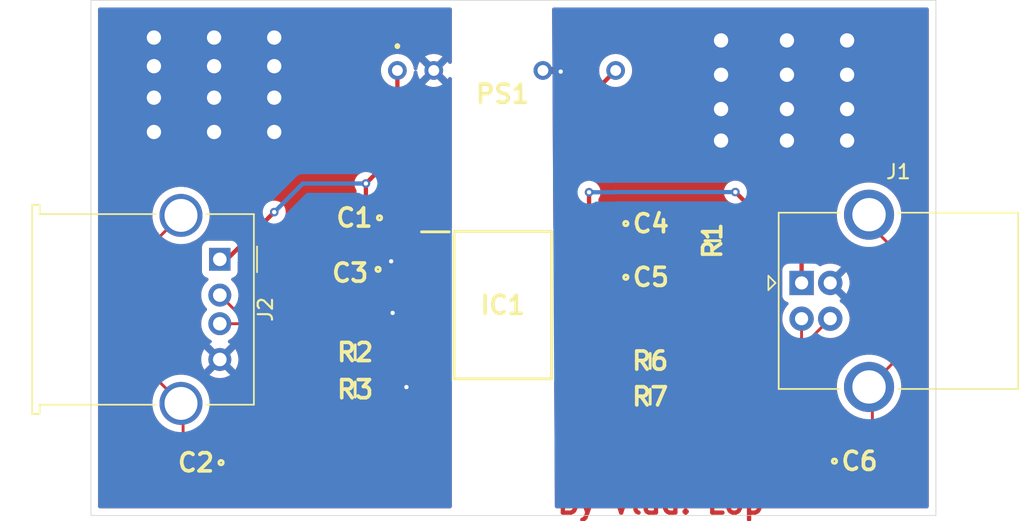
<source format=kicad_pcb>
(kicad_pcb (version 20241229) (generator "pcbnew") (generator_version "9.0")
  (layers (0 "F.Cu" signal) (2 "B.Cu" signal) (13 "F.Paste" user) (15 "B.Paste" user) (5 "F.SilkS" user "F.Silkscreen") (7 "B.SilkS" user "B.Silkscreen") (1 "F.Mask" user) (3 "B.Mask" user) (25 "Edge.Cuts" user))
  (net 0 "")
  (net 1 "Net-(J1-Shield)")
  (net 2 "GNDS")
  (net 3 "GND")
  (net 4 "VBUS2")
  (net 5 "Net-(J2-Shield)")
  (net 6 "VBUS")
  (net 7 "Net-(IC1-PDEN)")
  (net 8 "Net-(IC1-SPD)")
  (net 9 "Net-(IC1-PIN)")
  (net 10 "D_D-")
  (net 11 "D_D+")
  (net 12 "U_D-")
  (net 13 "U_D+")
  (net 14 "DD-")
  (net 15 "DD+")
  (net 16 "UD-")
  (net 17 "UD+")
  (footprint "SamacSys_Parts:SOIC127P1032X265-16N" (layer "F.Cu") (at 140.5496 95.4344)
    (property "Reference" "IC1" (at 0 0 0) (layer "F.SilkS") (effects (font (size 1.27 1.27) (thickness 0.254))))
    (property "Value" "ADUM3160BRWZ-RL" (hide yes))
    (fp_line (start -5.675 -5.12) (end -3.75 -5.12) (stroke (width 0.2)) (layer "F.SilkS"))
    (fp_line (start -3.4 -5.15) (end 3.4 -5.15) (stroke (width 0.2)) (layer "F.SilkS"))
    (fp_line (start -3.4 5.15) (end -3.4 -5.15) (stroke (width 0.2)) (layer "F.SilkS"))
    (fp_line (start 3.4 -5.15) (end 3.4 5.15) (stroke (width 0.2)) (layer "F.SilkS"))
    (fp_line (start 3.4 5.15) (end -3.4 5.15) (stroke (width 0.2)) (layer "F.SilkS"))
    (pad "1" smd rect (at -4.712 -4.445 90) (size 0.65 1.925) (layers "F.Cu" "F.Mask" "F.Paste") (net 6 "VBUS"))
    (pad "2" smd rect (at -4.712 -3.175 90) (size 0.65 1.925) (layers "F.Cu" "F.Mask" "F.Paste") (net 3 "GND"))
    (pad "3" smd rect (at -4.712 -1.905 90) (size 0.65 1.925) (layers "F.Cu" "F.Mask" "F.Paste") (net 7 "Net-(IC1-PDEN)"))
    (pad "4" smd rect (at -4.712 -0.635 90) (size 0.65 1.925) (layers "F.Cu" "F.Mask" "F.Paste") (net 7 "Net-(IC1-PDEN)"))
    (pad "5" smd rect (at -4.712 0.635 90) (size 0.65 1.925) (layers "F.Cu" "F.Mask" "F.Paste") (net 3 "GND"))
    (pad "6" smd rect (at -4.712 1.905 90) (size 0.65 1.925) (layers "F.Cu" "F.Mask" "F.Paste") (net 12 "U_D-"))
    (pad "7" smd rect (at -4.712 3.175 90) (size 0.65 1.925) (layers "F.Cu" "F.Mask" "F.Paste") (net 13 "U_D+"))
    (pad "8" smd rect (at -4.712 4.445 90) (size 0.65 1.925) (layers "F.Cu" "F.Mask" "F.Paste") (net 3 "GND"))
    (pad "9" smd rect (at 4.712 4.445 90) (size 0.65 1.925) (layers "F.Cu" "F.Mask" "F.Paste") (net 2 "GNDS"))
    (pad "10" smd rect (at 4.712 3.175 90) (size 0.65 1.925) (layers "F.Cu" "F.Mask" "F.Paste") (net 11 "D_D+"))
    (pad "11" smd rect (at 4.712 1.905 90) (size 0.65 1.925) (layers "F.Cu" "F.Mask" "F.Paste") (net 10 "D_D-"))
    (pad "12" smd rect (at 4.712 0.635 90) (size 0.65 1.925) (layers "F.Cu" "F.Mask" "F.Paste") (net 9 "Net-(IC1-PIN)"))
    (pad "13" smd rect (at 4.712 -0.635 90) (size 0.65 1.925) (layers "F.Cu" "F.Mask" "F.Paste") (net 8 "Net-(IC1-SPD)"))
    (pad "14" smd rect (at 4.712 -1.905 90) (size 0.65 1.925) (layers "F.Cu" "F.Mask" "F.Paste") (net 8 "Net-(IC1-SPD)"))
    (pad "15" smd rect (at 4.712 -3.175 90) (size 0.65 1.925) (layers "F.Cu" "F.Mask" "F.Paste") (net 2 "GNDS"))
    (pad "16" smd rect (at 4.712 -4.445 90) (size 0.65 1.925) (layers "F.Cu" "F.Mask" "F.Paste") (net 4 "VBUS2"))
  )
  (footprint "Connector_USB:USB_B_OST_USB-B1HSxx_Horizontal" (layer "F.Cu") (at 161.4121 93.8844)
    (property "Reference" "J1" (at 6.76 -7.77 0) (layer "F.SilkS"))
    (property "Value" "USB_B")
    (fp_line (start -2.32 -0.5) (end -2.32 0.5) (stroke (width 0.12)) (layer "F.SilkS"))
    (fp_line (start -2.32 0.5) (end -1.82 0) (stroke (width 0.12)) (layer "F.SilkS"))
    (fp_line (start -1.82 0) (end -2.32 -0.5) (stroke (width 0.12)) (layer "F.SilkS"))
    (fp_line (start -1.6 -4.91) (end -1.6 7.41) (stroke (width 0.12)) (layer "F.SilkS"))
    (fp_line (start -1.6 7.41) (end 2.66 7.41) (stroke (width 0.12)) (layer "F.SilkS"))
    (fp_line (start 2.66 -4.91) (end -1.6 -4.91) (stroke (width 0.12)) (layer "F.SilkS"))
    (fp_line (start 6.76 -4.91) (end 15.12 -4.91) (stroke (width 0.12)) (layer "F.SilkS"))
    (fp_line (start 15.12 -4.91) (end 15.12 7.41) (stroke (width 0.12)) (layer "F.SilkS"))
    (fp_line (start 15.12 7.41) (end 6.76 7.41) (stroke (width 0.12)) (layer "F.SilkS"))
    (pad "1" thru_hole rect (at 0 0) (size 1.7 1.7) (drill 0.92) (layers "*.Cu" "*.Mask") (net 4 "VBUS2"))
    (pad "2" thru_hole circle (at 0 2.5) (size 1.7 1.7) (drill 0.92) (layers "*.Cu" "*.Mask") (net 14 "DD-"))
    (pad "3" thru_hole circle (at 2 2.5) (size 1.7 1.7) (drill 0.92) (layers "*.Cu" "*.Mask") (net 15 "DD+"))
    (pad "4" thru_hole circle (at 2 0) (size 1.7 1.7) (drill 0.92) (layers "*.Cu" "*.Mask") (net 2 "GNDS"))
    (pad "5" thru_hole circle (at 4.71 -4.77) (size 3.5 3.5) (drill 2.33) (layers "*.Cu" "*.Mask") (net 1 "Net-(J1-Shield)"))
    (pad "5" thru_hole circle (at 4.71 7.27) (size 3.5 3.5) (drill 2.33) (layers "*.Cu" "*.Mask") (net 1 "Net-(J1-Shield)"))
  )
  (footprint "SamacSys_Parts:C0805" (layer "F.Cu") (at 130.0896 92.9344 180)
    (property "Reference" "C3" (at 0.2 -0.25 0) (layer "F.SilkS") (effects (font (size 1.27 1.27) (thickness 0.254))))
    (property "Value" "0.1uF" (hide yes))
    (fp_circle (center -1.75 0) (end -1.75 0.05) (stroke (width 0.2)) (fill no) (layer "F.SilkS"))
    (pad "1" smd rect (at -0.9 0 180) (size 1.15 1.45) (layers "F.Cu" "F.Mask" "F.Paste") (net 7 "Net-(IC1-PDEN)"))
    (pad "2" smd rect (at 0.9 0 180) (size 1.15 1.45) (layers "F.Cu" "F.Mask" "F.Paste") (net 3 "GND"))
  )
  (footprint "SamacSys_Parts:RESC2012X55N" (layer "F.Cu") (at 155.1896 90.9344 -90)
    (property "Reference" "R1" (at 0 0 90) (layer "F.SilkS") (effects (font (size 1.27 1.27) (thickness 0.254))))
    (property "Value" "10kohm" (hide yes))
    (fp_line (start 0 -0.525) (end 0 0.525) (stroke (width 0.2)) (layer "F.SilkS"))
    (pad "1" smd rect (at -0.95 0 270) (size 0.9 1.45) (layers "F.Cu" "F.Mask" "F.Paste") (net 8 "Net-(IC1-SPD)"))
    (pad "2" smd rect (at 0.95 0 270) (size 0.9 1.45) (layers "F.Cu" "F.Mask" "F.Paste") (net 9 "Net-(IC1-PIN)"))
  )
  (footprint "SamacSys_Parts:RESC2012X60N" (layer "F.Cu") (at 150.8396 99.3344)
    (property "Reference" "R6" (at 0 0 0) (layer "F.SilkS") (effects (font (size 1.27 1.27) (thickness 0.254))))
    (property "Value" "24" (hide yes))
    (fp_line (start 0 -0.525) (end 0 0.525) (stroke (width 0.2)) (layer "F.SilkS"))
    (pad "1" smd rect (at -0.95 0) (size 0.95 1.4) (layers "F.Cu" "F.Mask" "F.Paste") (net 10 "D_D-"))
    (pad "2" smd rect (at 0.95 0) (size 0.95 1.4) (layers "F.Cu" "F.Mask" "F.Paste") (net 14 "DD-"))
  )
  (footprint "SamacSys_Parts:RESC2012X60N" (layer "F.Cu") (at 150.8396 101.8344)
    (property "Reference" "R7" (at 0 0 0) (layer "F.SilkS") (effects (font (size 1.27 1.27) (thickness 0.254))))
    (property "Value" "24" (hide yes))
    (fp_line (start 0 -0.525) (end 0 0.525) (stroke (width 0.2)) (layer "F.SilkS"))
    (pad "1" smd rect (at -0.95 0) (size 0.95 1.4) (layers "F.Cu" "F.Mask" "F.Paste") (net 11 "D_D+"))
    (pad "2" smd rect (at 0.95 0) (size 0.95 1.4) (layers "F.Cu" "F.Mask" "F.Paste") (net 15 "DD+"))
  )
  (footprint "SamacSys_Parts:TEA10505HI" (layer "F.Cu") (at 133.1896 79.0344)
    (property "Reference" "PS1" (at 7.35 1.65 0) (layer "F.SilkS") (effects (font (size 1.27 1.27) (thickness 0.254))))
    (property "Value" "TEA_1-0505HI" (hide yes))
    (fp_line (start 0 -1.8) (end 0 -1.8) (stroke (width 0.2)) (layer "F.SilkS"))
    (fp_line (start 0 -1.6) (end 0 -1.6) (stroke (width 0.2)) (layer "F.SilkS"))
    (fp_arc (start 0 -1.8) (mid 0.1 -1.7) (end 0 -1.6) (stroke (width 0.2)) (layer "F.SilkS"))
    (fp_arc (start 0 -1.6) (mid -0.1 -1.7) (end 0 -1.8) (stroke (width 0.2)) (layer "F.SilkS"))
    (pad "1" thru_hole circle (at 0 0) (size 1.303 1.303) (drill 0.76) (layers "*.Cu" "*.Mask") (net 6 "VBUS"))
    (pad "2" thru_hole circle (at 2.54 0) (size 1.303 1.303) (drill 0.76) (layers "*.Cu" "*.Mask") (net 3 "GND"))
    (pad "5" thru_hole circle (at 10.16 0) (size 1.303 1.303) (drill 0.76) (layers "*.Cu" "*.Mask") (net 2 "GNDS"))
    (pad "7" thru_hole circle (at 15.24 0) (size 1.303 1.303) (drill 0.76) (layers "*.Cu" "*.Mask") (net 4 "VBUS2"))
  )
  (footprint "Connector_USB:USB_A_Molex_67643_Horizontal" (layer "F.Cu") (at 120.7896 92.2344 -90)
    (property "Reference" "J2" (at 3.5 -3.19 90) (layer "F.SilkS"))
    (property "Value" "USB_A")
    (fp_line (start -3.81 13.1) (end 10.81 13.1) (stroke (width 0.12)) (layer "F.SilkS"))
    (fp_line (start 10.81 13.1) (end 10.81 12.58) (stroke (width 0.12)) (layer "F.SilkS"))
    (fp_line (start -3.81 12.58) (end -3.81 13.1) (stroke (width 0.12)) (layer "F.SilkS"))
    (fp_line (start -3.16 12.58) (end -3.81 12.58) (stroke (width 0.12)) (layer "F.SilkS"))
    (fp_line (start -3.16 12.58) (end -3.16 4.47) (stroke (width 0.12)) (layer "F.SilkS"))
    (fp_line (start 10.81 12.58) (end 10.16 12.58) (stroke (width 0.12)) (layer "F.SilkS"))
    (fp_line (start 10.16 4.47) (end 10.16 12.58) (stroke (width 0.12)) (layer "F.SilkS"))
    (fp_line (start -3.16 -2.38) (end -3.16 0.95) (stroke (width 0.12)) (layer "F.SilkS"))
    (fp_line (start -3.16 -2.38) (end 10.16 -2.38) (stroke (width 0.12)) (layer "F.SilkS"))
    (fp_line (start 10.16 -2.38) (end 10.16 0.95) (stroke (width 0.12)) (layer "F.SilkS"))
    (fp_line (start -0.9 -2.6) (end 0.9 -2.6) (stroke (width 0.12)) (layer "F.SilkS"))
    (pad "1" thru_hole rect (at 0 0 270) (size 1.6 1.5) (drill 0.95) (layers "*.Cu" "*.Mask") (net 6 "VBUS"))
    (pad "2" thru_hole circle (at 2.5 0 270) (size 1.6 1.6) (drill 0.95) (layers "*.Cu" "*.Mask") (net 16 "UD-"))
    (pad "3" thru_hole circle (at 4.5 0 270) (size 1.6 1.6) (drill 0.95) (layers "*.Cu" "*.Mask") (net 17 "UD+"))
    (pad "4" thru_hole circle (at 7 0 270) (size 1.6 1.6) (drill 0.95) (layers "*.Cu" "*.Mask") (net 3 "GND"))
    (pad "5" thru_hole circle (at -3.07 2.71 270) (size 3 3) (drill 2.3) (layers "*.Cu" "*.Mask") (net 5 "Net-(J2-Shield)"))
    (pad "5" thru_hole circle (at 10.07 2.71 270) (size 3 3) (drill 2.3) (layers "*.Cu" "*.Mask") (net 5 "Net-(J2-Shield)"))
  )
  (footprint "SamacSys_Parts:C0805" (layer "F.Cu") (at 130.1896 89.3344 180)
    (property "Reference" "C1" (at 0 0 0) (layer "F.SilkS") (effects (font (size 1.27 1.27) (thickness 0.254))))
    (property "Value" "0.1uF" (hide yes))
    (fp_circle (center -1.75 0) (end -1.75 0.05) (stroke (width 0.2)) (fill no) (layer "F.SilkS"))
    (pad "1" smd rect (at -0.9 0 180) (size 1.15 1.45) (layers "F.Cu" "F.Mask" "F.Paste") (net 6 "VBUS"))
    (pad "2" smd rect (at 0.9 0 180) (size 1.15 1.45) (layers "F.Cu" "F.Mask" "F.Paste") (net 3 "GND"))
  )
  (footprint "SamacSys_Parts:C0805" (layer "F.Cu") (at 150.8896 89.7344)
    (property "Reference" "C4" (at 0 0 0) (layer "F.SilkS") (effects (font (size 1.27 1.27) (thickness 0.254))))
    (property "Value" "0.1uF" (hide yes))
    (fp_circle (center -1.75 0) (end -1.75 0.05) (stroke (width 0.2)) (fill no) (layer "F.SilkS"))
    (pad "1" smd rect (at -0.9 0) (size 1.15 1.45) (layers "F.Cu" "F.Mask" "F.Paste") (net 2 "GNDS"))
    (pad "2" smd rect (at 0.9 0) (size 1.15 1.45) (layers "F.Cu" "F.Mask" "F.Paste") (net 8 "Net-(IC1-SPD)"))
  )
  (footprint "SamacSys_Parts:RESC2012X60N" (layer "F.Cu") (at 130.2396 98.7344)
    (property "Reference" "R2" (at 0 0 0) (layer "F.SilkS") (effects (font (size 1.27 1.27) (thickness 0.254))))
    (property "Value" "24" (hide yes))
    (fp_line (start 0 -0.525) (end 0 0.525) (stroke (width 0.2)) (layer "F.SilkS"))
    (pad "1" smd rect (at -0.95 0) (size 0.95 1.4) (layers "F.Cu" "F.Mask" "F.Paste") (net 16 "UD-"))
    (pad "2" smd rect (at 0.95 0) (size 0.95 1.4) (layers "F.Cu" "F.Mask" "F.Paste") (net 12 "U_D-"))
  )
  (footprint "SamacSys_Parts:RESC2012X60N" (layer "F.Cu") (at 130.2396 101.3344)
    (property "Reference" "R3" (at 0 0 0) (layer "F.SilkS") (effects (font (size 1.27 1.27) (thickness 0.254))))
    (property "Value" "24" (hide yes))
    (fp_line (start 0 -0.525) (end 0 0.525) (stroke (width 0.2)) (layer "F.SilkS"))
    (pad "1" smd rect (at -0.95 0) (size 0.95 1.4) (layers "F.Cu" "F.Mask" "F.Paste") (net 17 "UD+"))
    (pad "2" smd rect (at 0.95 0) (size 0.95 1.4) (layers "F.Cu" "F.Mask" "F.Paste") (net 13 "U_D+"))
  )
  (footprint "SamacSys_Parts:C0805" (layer "F.Cu") (at 150.8896 93.4844)
    (property "Reference" "C5" (at 0 0 0) (layer "F.SilkS") (effects (font (size 1.27 1.27) (thickness 0.254))))
    (property "Value" "0.1uF" (hide yes))
    (fp_circle (center -1.75 0) (end -1.75 0.05) (stroke (width 0.2)) (fill no) (layer "F.SilkS"))
    (pad "1" smd rect (at -0.9 0) (size 1.15 1.45) (layers "F.Cu" "F.Mask" "F.Paste") (net 2 "GNDS"))
    (pad "2" smd rect (at 0.9 0) (size 1.15 1.45) (layers "F.Cu" "F.Mask" "F.Paste") (net 8 "Net-(IC1-SPD)"))
  )
  (footprint "SamacSys_Parts:C0805" (layer "F.Cu") (at 119.1268 106.444 180)
    (property "Reference" "C2" (at 0 0 0) (layer "F.SilkS") (effects (font (size 1.27 1.27) (thickness 0.254))))
    (property "Value" "0.1uF" (hide yes))
    (fp_circle (center -1.75 0) (end -1.75 0.05) (stroke (width 0.2)) (fill no) (layer "F.SilkS"))
    (pad "1" smd rect (at -0.9 0 180) (size 1.15 1.45) (layers "F.Cu" "F.Mask" "F.Paste") (net 3 "GND"))
    (pad "2" smd rect (at 0.9 0 180) (size 1.15 1.45) (layers "F.Cu" "F.Mask" "F.Paste") (net 5 "Net-(J2-Shield)"))
  )
  (footprint "SamacSys_Parts:C0805" (layer "F.Cu") (at 165.4564 106.3424)
    (property "Reference" "C6" (at 0 0 0) (layer "F.SilkS") (effects (font (size 1.27 1.27) (thickness 0.254))))
    (property "Value" "0.1uF" (hide yes))
    (fp_circle (center -1.75 0) (end -1.75 0.05) (stroke (width 0.2)) (fill no) (layer "F.SilkS"))
    (pad "1" smd rect (at -0.9 0) (size 1.15 1.45) (layers "F.Cu" "F.Mask" "F.Paste") (net 2 "GNDS"))
    (pad "2" smd rect (at 0.9 0) (size 1.15 1.45) (layers "F.Cu" "F.Mask" "F.Paste") (net 1 "Net-(J1-Shield)"))
  )
  (gr_rect (start 111.7896 74.1344) (end 170.7896 110.1344) (stroke (width 0.05)) (fill no) (layer "Edge.Cuts"))
  (gr_text "By Vlad. Lop\n" (at 144.1896 110.1344 0) (layer "F.Cu") (effects (font (size 1.5 1.5) (thickness 0.3) (bold yes)) (justify left bottom)))
  (segment (start 166.1221 89.7725) (end 166.1221 89.1144) (width 0.2) (layer "F.Cu") (net 1))
  (segment (start 167.7568 99.5197) (end 167.7568 91.4072) (width 0.2) (layer "F.Cu") (net 1))
  (segment (start 166.3564 101.3887) (end 166.1221 101.1544) (width 0.2) (layer "F.Cu") (net 1))
  (segment (start 167.7568 91.4072) (end 166.1221 89.7725) (width 0.2) (layer "F.Cu") (net 1))
  (segment (start 166.3564 106.3424) (end 166.3564 101.3887) (width 0.2) (layer "F.Cu") (net 1))
  (segment (start 166.1221 101.1544) (end 167.7568 99.5197) (width 0.2) (layer "F.Cu") (net 1))
  (segment (start 144.592 79.1136) (end 144.5128 79.0344) (width 0.3) (layer "F.Cu") (net 2))
  (segment (start 144.5128 79.0344) (end 143.3496 79.0344) (width 0.5) (layer "F.Cu") (net 2))
  (via (at 164.5896 83.9344) (size 1.5) (drill 1) (layers "F.Cu" "B.Cu") (net 2))
  (via (at 164.5896 79.3344) (size 1.5) (drill 1) (layers "F.Cu" "B.Cu") (net 2))
  (via (at 160.3896 81.7344) (size 1.5) (drill 1) (layers "F.Cu" "B.Cu") (net 2))
  (via (at 155.7896 81.7344) (size 1.5) (drill 1) (layers "F.Cu" "B.Cu") (net 2))
  (via (at 164.5896 81.7344) (size 1.5) (drill 1) (layers "F.Cu" "B.Cu") (net 2))
  (via (at 164.5896 76.9344) (size 1.5) (drill 1) (layers "F.Cu" "B.Cu") (net 2))
  (via (at 160.3896 83.9344) (size 1.5) (drill 1) (layers "F.Cu" "B.Cu") (net 2))
  (via (at 155.7896 83.9344) (size 1.5) (drill 1) (layers "F.Cu" "B.Cu") (net 2))
  (via (at 155.7896 76.9344) (size 1.5) (drill 1) (layers "F.Cu" "B.Cu") (net 2))
  (via (at 160.3896 79.3344) (size 1.5) (drill 1) (layers "F.Cu" "B.Cu") (net 2))
  (via (at 144.592 79.1136) (size 0.6) (drill 0.3) (layers "F.Cu" "B.Cu") (net 2))
  (via (at 155.7896 79.3344) (size 1.5) (drill 1) (layers "F.Cu" "B.Cu") (net 2))
  (via (at 160.3896 76.9344) (size 1.5) (drill 1) (layers "F.Cu" "B.Cu") (net 2))
  (segment (start 135.8376 100.6864) (end 135.8376 99.8794) (width 0.3) (layer "F.Cu") (net 3))
  (segment (start 132.8572 95.9792) (end 135.7474 95.9792) (width 0.3) (layer "F.Cu") (net 3))
  (segment (start 135.7474 95.9792) (end 135.8376 96.0694) (width 0.3) (layer "F.Cu") (net 3))
  (segment (start 133.8192 101.164) (end 135.36 101.164) (width 0.3) (layer "F.Cu") (net 3))
  (segment (start 132.8686 92.2594) (end 135.8376 92.2594) (width 0.3) (layer "F.Cu") (net 3))
  (segment (start 135.36 101.164) (end 135.8376 100.6864) (width 0.3) (layer "F.Cu") (net 3))
  (segment (start 132.7556 92.3724) (end 132.8686 92.2594) (width 0.3) (layer "F.Cu") (net 3))
  (via (at 120.3896 76.7344) (size 1.5) (drill 1) (layers "F.Cu" "B.Cu") (net 3))
  (via (at 132.8572 95.9792) (size 0.6) (drill 0.3) (layers "F.Cu" "B.Cu") (net 3))
  (via (at 132.7556 92.3724) (size 0.6) (drill 0.3) (layers "F.Cu" "B.Cu") (net 3))
  (via (at 133.8192 101.164) (size 0.6) (drill 0.3) (layers "F.Cu" "B.Cu") (net 3))
  (via (at 116.1896 83.3344) (size 1.5) (drill 1) (layers "F.Cu" "B.Cu") (net 3))
  (via (at 120.3896 80.9344) (size 1.5) (drill 1) (layers "F.Cu" "B.Cu") (net 3))
  (via (at 124.5896 78.7344) (size 1.5) (drill 1) (layers "F.Cu" "B.Cu") (net 3))
  (via (at 124.5896 80.9344) (size 1.5) (drill 1) (layers "F.Cu" "B.Cu") (net 3))
  (via (at 116.1896 80.9344) (size 1.5) (drill 1) (layers "F.Cu" "B.Cu") (net 3))
  (via (at 124.5896 76.7344) (size 1.5) (drill 1) (layers "F.Cu" "B.Cu") (net 3))
  (via (at 116.1896 78.7344) (size 1.5) (drill 1) (layers "F.Cu" "B.Cu") (net 3))
  (via (at 120.3896 78.7344) (size 1.5) (drill 1) (layers "F.Cu" "B.Cu") (net 3))
  (via (at 116.1896 76.7344) (size 1.5) (drill 1) (layers "F.Cu" "B.Cu") (net 3))
  (via (at 120.3896 83.3344) (size 1.5) (drill 1) (layers "F.Cu" "B.Cu") (net 3))
  (via (at 124.5896 83.3344) (size 1.5) (drill 1) (layers "F.Cu" "B.Cu") (net 3))
  (segment (start 132.8572 100.202) (end 132.8572 95.9792) (width 0.3) (layer "B.Cu") (net 3))
  (segment (start 132.7556 92.3724) (end 133.9516 92.3724) (width 0.3) (layer "B.Cu") (net 3))
  (segment (start 132.8572 95.9792) (end 132.8572 95.6236) (width 0.3) (layer "B.Cu") (net 3))
  (segment (start 132.8572 95.6236) (end 132.7556 95.522) (width 0.3) (layer "B.Cu") (net 3))
  (segment (start 133.9516 92.3724) (end 134.0646 92.2594) (width 0.3) (layer "B.Cu") (net 3))
  (segment (start 133.8192 101.164) (end 132.8572 100.202) (width 0.3) (layer "B.Cu") (net 3))
  (segment (start 132.7556 95.522) (end 132.7556 92.3724) (width 0.3) (layer "B.Cu") (net 3))
  (segment (start 146.5732 87.5464) (end 146.5732 89.3508) (width 0.3) (layer "F.Cu") (net 4))
  (segment (start 145.2616 90.9894) (end 145.2616 82.2024) (width 0.3) (layer "F.Cu") (net 4))
  (segment (start 156.7896 87.5344) (end 161.4121 92.1569) (width 0.3) (layer "F.Cu") (net 4))
  (segment (start 161.4121 92.1569) (end 161.4121 93.8844) (width 0.3) (layer "F.Cu") (net 4))
  (segment (start 145.2616 82.2024) (end 148.4296 79.0344) (width 0.3) (layer "F.Cu") (net 4))
  (segment (start 145.2616 90.6624) (end 145.2616 90.9894) (width 0.3) (layer "F.Cu") (net 4))
  (segment (start 146.5732 89.3508) (end 145.2616 90.6624) (width 0.3) (layer "F.Cu") (net 4))
  (via (at 146.5732 87.5464) (size 0.6) (drill 0.3) (layers "F.Cu" "B.Cu") (net 4))
  (via (at 156.7896 87.5344) (size 0.6) (drill 0.3) (layers "F.Cu" "B.Cu") (net 4))
  (segment (start 148.3776 87.5464) (end 148.3896 87.5344) (width 0.3) (layer "B.Cu") (net 4))
  (segment (start 148.3896 87.5344) (end 156.7896 87.5344) (width 0.3) (layer "B.Cu") (net 4))
  (segment (start 146.5732 87.5464) (end 148.3776 87.5464) (width 0.3) (layer "B.Cu") (net 4))
  (segment (start 118.0796 102.3044) (end 116.2456 100.4704) (width 0.2) (layer "F.Cu") (net 5))
  (segment (start 118.2268 106.444) (end 118.2268 102.4516) (width 0.2) (layer "F.Cu") (net 5))
  (segment (start 118.2268 106.444) (end 118.2268 105.814) (width 0.3) (layer "F.Cu") (net 5))
  (segment (start 116.2456 90.9984) (end 118.0796 89.1644) (width 0.2) (layer "F.Cu") (net 5))
  (segment (start 118.2268 102.4516) (end 118.0796 102.3044) (width 0.2) (layer "F.Cu") (net 5))
  (segment (start 116.2456 100.4704) (end 116.2456 90.9984) (width 0.2) (layer "F.Cu") (net 5))
  (segment (start 130.9896 89.2344) (end 131.0896 89.3344) (width 0.3) (layer "F.Cu") (net 6))
  (segment (start 130.9896 86.9344) (end 130.9896 89.2344) (width 0.3) (layer "F.Cu") (net 6))
  (segment (start 130.9896 86.9344) (end 133.1896 84.7344) (width 0.3) (layer "F.Cu") (net 6))
  (segment (start 133.1896 84.7344) (end 133.1896 79.0344) (width 0.3) (layer "F.Cu") (net 6))
  (segment (start 121.2896 92.2344) (end 124.5896 88.9344) (width 0.3) (layer "F.Cu") (net 6))
  (segment (start 120.7896 92.2344) (end 121.2896 92.2344) (width 0.3) (layer "F.Cu") (net 6))
  (segment (start 134.3826 89.5344) (end 135.8376 90.9894) (width 0.3) (layer "F.Cu") (net 6))
  (segment (start 131.2396 89.5344) (end 134.3826 89.5344) (width 0.3) (layer "F.Cu") (net 6))
  (via (at 124.5896 88.9344) (size 0.6) (drill 0.3) (layers "F.Cu" "B.Cu") (net 6))
  (via (at 130.9896 86.9344) (size 0.6) (drill 0.3) (layers "F.Cu" "B.Cu") (net 6))
  (segment (start 126.5896 86.9344) (end 130.9896 86.9344) (width 0.3) (layer "B.Cu") (net 6))
  (segment (start 124.5896 88.9344) (end 126.5896 86.9344) (width 0.3) (layer "B.Cu") (net 6))
  (segment (start 135.8376 94.7994) (end 135.8376 93.5294) (width 0.3) (layer "F.Cu") (net 7))
  (segment (start 135.7226 94.6844) (end 135.8376 94.7994) (width 0.3) (layer "F.Cu") (net 7))
  (segment (start 131.5846 93.5294) (end 130.9896 92.9344) (width 0.3) (layer "F.Cu") (net 7))
  (segment (start 135.8376 93.5294) (end 131.5846 93.5294) (width 0.3) (layer "F.Cu") (net 7))
  (segment (start 135.5926 93.2844) (end 135.8376 93.5294) (width 0.3) (layer "F.Cu") (net 7))
  (segment (start 152.0396 89.9844) (end 151.7896 89.7344) (width 0.3) (layer "F.Cu") (net 8))
  (segment (start 155.1896 89.9844) (end 152.0396 89.9844) (width 0.3) (layer "F.Cu") (net 8))
  (segment (start 151.7896 93.4844) (end 150.4746 94.7994) (width 0.3) (layer "F.Cu") (net 8))
  (segment (start 145.2616 93.5294) (end 145.2616 94.7994) (width 0.3) (layer "F.Cu") (net 8))
  (segment (start 150.4746 94.7994) (end 145.2616 94.7994) (width 0.3) (layer "F.Cu") (net 8))
  (segment (start 151.7896 93.4844) (end 151.7896 89.7344) (width 0.3) (layer "F.Cu") (net 8))
  (segment (start 145.2616 96.0694) (end 151.2066 96.0694) (width 0.3) (layer "F.Cu") (net 9))
  (segment (start 151.2066 96.0694) (end 155.1896 92.0864) (width 0.3) (layer "F.Cu") (net 9))
  (segment (start 155.1896 92.0864) (end 155.1896 91.8844) (width 0.3) (layer "F.Cu") (net 9))
  (segment (start 145.9056 97.9834) (end 145.2616 97.3394) (width 0.2) (layer "F.Cu") (net 10))
  (segment (start 148.6396 100.3594) (end 148.2816 100.3594) (width 0.2) (layer "F.Cu") (net 10))
  (segment (start 148.2816 100.3594) (end 146.5251 98.6029) (width 0.2) (layer "F.Cu") (net 10))
  (segment (start 149.8896 99.3344) (end 149.6646 99.3344) (width 0.2) (layer "F.Cu") (net 10))
  (segment (start 146.5251 97.9834) (end 145.9056 97.9834) (width 0.2) (layer "F.Cu") (net 10))
  (segment (start 146.5251 98.6029) (end 146.5251 97.9834) (width 0.2) (layer "F.Cu") (net 10))
  (segment (start 149.6646 99.3344) (end 148.6396 100.3594) (width 0.2) (layer "F.Cu") (net 10))
  (segment (start 148.6396 100.8094) (end 148.095203 100.8094) (width 0.2) (layer "F.Cu") (net 11))
  (segment (start 149.6646 101.8344) (end 148.6396 100.8094) (width 0.2) (layer "F.Cu") (net 11))
  (segment (start 145.895203 98.6094) (end 145.2616 98.6094) (width 0.2) (layer "F.Cu") (net 11))
  (segment (start 148.095203 100.8094) (end 145.895203 98.6094) (width 0.2) (layer "F.Cu") (net 11))
  (segment (start 149.8896 101.8344) (end 149.6646 101.8344) (width 0.2) (layer "F.Cu") (net 11))
  (segment (start 131.1896 98.7344) (end 132.239601 98.7344) (width 0.2) (layer "F.Cu") (net 12))
  (segment (start 134.5741 97.9834) (end 135.1936 97.9834) (width 0.2) (layer "F.Cu") (net 12))
  (segment (start 134.5741 98.6029) (end 134.5741 97.9834) (width 0.2) (layer "F.Cu") (net 12))
  (segment (start 133.3676 99.8094) (end 134.5741 98.6029) (width 0.2) (layer "F.Cu") (net 12))
  (segment (start 132.239601 98.7344) (end 133.314601 99.8094) (width 0.2) (layer "F.Cu") (net 12))
  (segment (start 133.314601 99.8094) (end 133.3676 99.8094) (width 0.2) (layer "F.Cu") (net 12))
  (segment (start 131.2896 99.1344) (end 131.3396 99.1344) (width 0.3) (layer "F.Cu") (net 12))
  (segment (start 135.1936 97.9834) (end 135.8376 97.3394) (width 0.2) (layer "F.Cu") (net 12))
  (segment (start 135.203997 98.6094) (end 135.8376 98.6094) (width 0.2) (layer "F.Cu") (net 13))
  (segment (start 132.239601 101.3344) (end 133.314601 100.2594) (width 0.2) (layer "F.Cu") (net 13))
  (segment (start 133.553997 100.2594) (end 135.203997 98.6094) (width 0.2) (layer "F.Cu") (net 13))
  (segment (start 133.314601 100.2594) (end 133.553997 100.2594) (width 0.2) (layer "F.Cu") (net 13))
  (segment (start 135.7626 98.5344) (end 135.8376 98.6094) (width 0.3) (layer "F.Cu") (net 13))
  (segment (start 131.1896 101.3344) (end 132.239601 101.3344) (width 0.2) (layer "F.Cu") (net 13))
  (segment (start 161.4121 97.748003) (end 161.4121 96.3844) (width 0.2) (layer "F.Cu") (net 14))
  (segment (start 152.839601 99.3344) (end 153.864601 100.3594) (width 0.2) (layer "F.Cu") (net 14))
  (segment (start 158.800703 100.3594) (end 161.4121 97.748003) (width 0.2) (layer "F.Cu") (net 14))
  (segment (start 151.7896 99.3344) (end 152.839601 99.3344) (width 0.2) (layer "F.Cu") (net 14))
  (segment (start 153.864601 100.3594) (end 158.800703 100.3594) (width 0.2) (layer "F.Cu") (net 14))
  (segment (start 151.7896 101.8344) (end 152.839601 101.8344) (width 0.2) (layer "F.Cu") (net 15))
  (segment (start 153.864601 100.8094) (end 158.9871 100.8094) (width 0.2) (layer "F.Cu") (net 15))
  (segment (start 152.839601 101.8344) (end 153.864601 100.8094) (width 0.2) (layer "F.Cu") (net 15))
  (segment (start 158.9871 100.8094) (end 163.4121 96.3844) (width 0.2) (layer "F.Cu") (net 15))
  (segment (start 129.3896 98.9844) (end 129.3896 99.1344) (width 0.3) (layer "F.Cu") (net 16))
  (segment (start 128.239599 98.7344) (end 129.2896 98.7344) (width 0.2) (layer "F.Cu") (net 16))
  (segment (start 125.8646 99.8094) (end 127.164599 99.8094) (width 0.2) (layer "F.Cu") (net 16))
  (segment (start 120.7896 94.7344) (end 125.8646 99.8094) (width 0.2) (layer "F.Cu") (net 16))
  (segment (start 127.164599 99.8094) (end 128.239599 98.7344) (width 0.2) (layer "F.Cu") (net 16))
  (segment (start 127.164599 100.2594) (end 128.239599 101.3344) (width 0.2) (layer "F.Cu") (net 17))
  (segment (start 129.3396 101.4344) (end 129.3396 101.5344) (width 0.3) (layer "F.Cu") (net 17))
  (segment (start 122.153203 96.7344) (end 125.678203 100.2594) (width 0.2) (layer "F.Cu") (net 17))
  (segment (start 125.678203 100.2594) (end 127.164599 100.2594) (width 0.2) (layer "F.Cu") (net 17))
  (segment (start 120.7896 96.7344) (end 122.153203 96.7344) (width 0.2) (layer "F.Cu") (net 17))
  (segment (start 128.239599 101.3344) (end 129.2896 101.3344) (width 0.2) (layer "F.Cu") (net 17))
  (zone (net 2) (net_name "GNDS") (layer "F.Cu") (priority 2) (connect_pads (clearance 0.5)) (min_thickness 0.25) (fill yes (thermal_gap 0.5) (thermal_bridge_width 0.5))
    (polygon (pts (xy 170.7896 74.1344) (xy 143.9896 74.1344) (xy 144.1896 110.1344) (xy 170.7896 110.1344)))
  )
  (zone (net 3) (net_name "GND") (layer "F.Cu") (connect_pads (clearance 0.5)) (min_thickness 0.25) (fill yes (thermal_gap 0.5) (thermal_bridge_width 0.5))
    (polygon (pts (xy 111.7896 74.1344) (xy 136.9896 74.1344) (xy 136.9896 110.1344) (xy 111.7896 110.1344)))
  )
  (zone (net 2) (net_name "GNDS") (layer "B.Cu") (priority 3) (connect_pads (clearance 0.5)) (min_thickness 0.25) (fill yes (thermal_gap 0.5) (thermal_bridge_width 0.5))
    (polygon (pts (xy 143.9896 74.1344) (xy 170.7896 74.1344) (xy 170.7896 110.1344) (xy 144.1896 110.1344)))
  )
  (zone (net 3) (net_name "GND") (layer "B.Cu") (priority 1) (connect_pads (clearance 0.5)) (min_thickness 0.25) (fill yes (thermal_gap 0.5) (thermal_bridge_width 0.5))
    (polygon (pts (xy 111.7896 74.1344) (xy 136.9896 74.1344) (xy 136.9896 110.1344) (xy 111.7896 110.1344)))
  )
)
</source>
